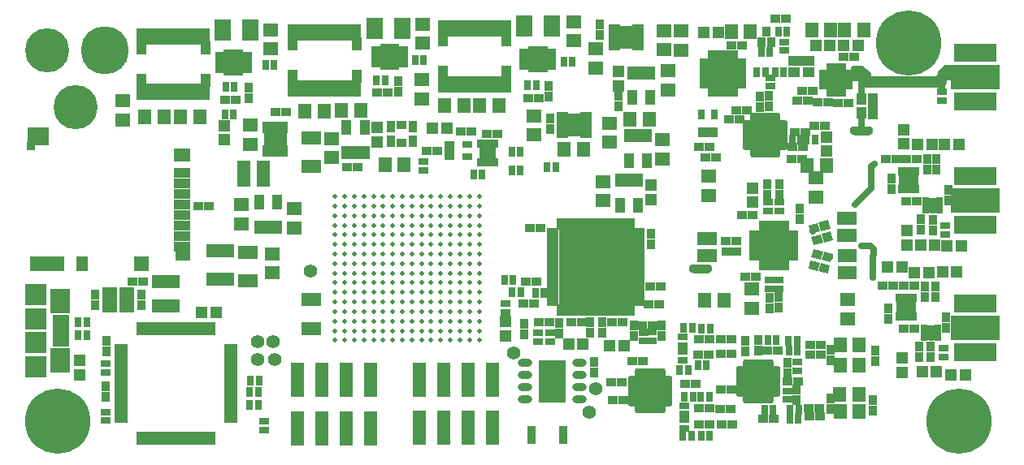
<source format=gbr>
G04 #@! TF.GenerationSoftware,KiCad,Pcbnew,(5.1.2)-1*
G04 #@! TF.CreationDate,2019-06-04T17:54:49-04:00*
G04 #@! TF.ProjectId,fmcw3,666d6377-332e-46b6-9963-61645f706362,rev?*
G04 #@! TF.SameCoordinates,Original*
G04 #@! TF.FileFunction,Soldermask,Top*
G04 #@! TF.FilePolarity,Negative*
%FSLAX46Y46*%
G04 Gerber Fmt 4.6, Leading zero omitted, Abs format (unit mm)*
G04 Created by KiCad (PCBNEW (5.1.2)-1) date 2019-06-04 17:54:49*
%MOMM*%
%LPD*%
G04 APERTURE LIST*
%ADD10C,0.700000*%
%ADD11C,0.200000*%
%ADD12C,0.800000*%
%ADD13C,1.200000*%
%ADD14C,0.950000*%
%ADD15R,1.650000X1.400000*%
%ADD16R,1.400000X1.650000*%
%ADD17R,0.900000X1.000000*%
%ADD18R,1.280000X1.460000*%
%ADD19R,0.680000X0.900000*%
%ADD20R,1.400000X3.550000*%
%ADD21R,1.250000X0.850000*%
%ADD22C,0.900000*%
%ADD23R,0.680000X1.200000*%
%ADD24R,2.400000X1.600000*%
%ADD25R,0.850000X1.250000*%
%ADD26R,1.200000X0.680000*%
%ADD27R,1.600000X2.400000*%
%ADD28R,1.000000X0.900000*%
%ADD29R,0.650000X1.400000*%
%ADD30R,1.400000X0.650000*%
%ADD31R,0.950000X0.600000*%
%ADD32R,0.600000X0.950000*%
%ADD33R,1.900000X1.900000*%
%ADD34C,0.700000*%
%ADD35R,0.800000X1.050000*%
%ADD36R,1.100000X2.700000*%
%ADD37R,1.100000X1.200000*%
%ADD38R,2.700000X1.100000*%
%ADD39R,1.200000X1.100000*%
%ADD40R,2.237500X2.237500*%
%ADD41R,1.250000X0.700000*%
%ADD42R,0.700000X1.250000*%
%ADD43R,5.060000X2.520000*%
%ADD44R,4.460000X1.920000*%
%ADD45R,1.200000X1.150000*%
%ADD46C,0.500000*%
%ADD47C,4.600000*%
%ADD48C,5.000000*%
%ADD49R,1.000000X1.450000*%
%ADD50R,1.000000X1.650000*%
%ADD51R,1.550000X1.400000*%
%ADD52R,0.800000X1.000000*%
%ADD53R,1.000000X0.800000*%
%ADD54C,0.100000*%
%ADD55R,1.150000X1.200000*%
%ADD56C,0.950000*%
%ADD57C,6.800000*%
%ADD58C,1.000000*%
%ADD59R,2.000000X1.400000*%
%ADD60R,2.900000X1.400000*%
%ADD61R,1.230000X1.590000*%
%ADD62R,1.100000X0.650000*%
%ADD63R,1.600000X1.425000*%
%ADD64O,1.500000X0.850000*%
%ADD65R,1.700000X1.700000*%
%ADD66R,1.050000X0.800000*%
%ADD67R,0.750000X1.400000*%
%ADD68R,1.050000X1.300000*%
%ADD69R,1.800000X1.100000*%
%ADD70R,1.500000X1.100000*%
%ADD71R,1.200000X1.600000*%
%ADD72R,1.600000X1.600000*%
%ADD73R,1.800000X1.400000*%
%ADD74R,3.600000X1.600000*%
%ADD75R,2.300000X1.900000*%
%ADD76R,0.900000X0.900000*%
%ADD77R,0.950000X0.900000*%
%ADD78R,0.950000X1.900000*%
%ADD79R,0.900000X1.225000*%
%ADD80R,1.100000X0.830000*%
%ADD81R,1.740000X2.200000*%
%ADD82R,1.101040X1.400760*%
%ADD83R,0.860000X1.050000*%
%ADD84R,7.700000X1.800000*%
%ADD85R,1.050000X1.400000*%
%ADD86C,1.400000*%
%ADD87R,1.750000X0.800000*%
%ADD88R,2.000000X2.500000*%
%ADD89R,2.300000X2.200000*%
%ADD90R,2.300000X2.300000*%
%ADD91O,0.700000X1.100000*%
%ADD92O,1.100000X0.700000*%
%ADD93R,2.900000X2.900000*%
%ADD94R,0.650000X1.100000*%
%ADD95R,3.100000X3.100000*%
%ADD96R,0.600000X0.450000*%
%ADD97R,1.100000X1.600000*%
%ADD98R,0.750000X0.650000*%
G04 APERTURE END LIST*
D10*
X216500000Y-84200000D02*
X216975000Y-83725000D01*
X217900000Y-83725000D02*
X216975000Y-83725000D01*
X216375000Y-84625000D02*
X216800000Y-84200000D01*
X217525000Y-84200000D02*
X216800000Y-84200000D01*
X208850000Y-84375000D02*
X208225000Y-83750000D01*
X207425000Y-83750000D02*
X208225000Y-83750000D01*
X208575000Y-84500000D02*
X208575000Y-84500000D01*
X208175000Y-84100000D02*
X208575000Y-84500000D01*
X207300000Y-84100000D02*
X208175000Y-84100000D01*
X208200000Y-102225000D02*
X208200000Y-102225000D01*
X209175000Y-102225000D02*
X208200000Y-102225000D01*
X209500000Y-102550000D02*
X209175000Y-102225000D01*
X209500000Y-103200000D02*
X209500000Y-102550000D01*
X209350000Y-103350000D02*
X209500000Y-103200000D01*
X209350000Y-103575000D02*
X209350000Y-103350000D01*
X209350000Y-105550000D02*
X209350000Y-103575000D01*
X207350000Y-99000000D02*
X207350000Y-99000000D01*
X209550000Y-93675000D02*
X209250000Y-93975000D01*
X209250000Y-96275000D02*
X209250000Y-93975000D01*
X207525000Y-97950000D02*
X209250000Y-96275000D01*
X203125000Y-100600000D02*
X203125000Y-100700000D01*
X204850000Y-103375000D02*
X204875000Y-103400000D01*
X208200000Y-88800000D02*
X208200000Y-88800000D01*
X208200000Y-90200000D02*
X208200000Y-88800000D01*
X216625000Y-85500000D02*
X216625000Y-85500000D01*
X216625000Y-86175000D02*
X216625000Y-85500000D01*
X216525000Y-84950000D02*
X216825000Y-84650000D01*
X217800000Y-84650000D02*
X216825000Y-84650000D01*
D11*
X208200000Y-85350000D02*
X208200000Y-85350000D01*
D10*
X208200000Y-86800000D02*
X208200000Y-85350000D01*
D11*
X208475000Y-84975000D02*
X208275000Y-84975000D01*
D12*
X207950000Y-84650000D02*
X208275000Y-84975000D01*
X206825000Y-84650000D02*
X207950000Y-84650000D01*
D13*
X208550000Y-85175000D02*
X216500000Y-85175000D01*
D14*
X207500000Y-90200000D02*
X208900000Y-90200000D01*
X192150000Y-104600000D02*
X190750000Y-104600000D01*
D15*
X203425000Y-97175000D03*
X203425000Y-95175000D03*
D16*
X202550000Y-93850000D03*
X204550000Y-93850000D03*
D17*
X215925000Y-106475000D03*
X215925000Y-107575000D03*
X211025000Y-108725000D03*
X211025000Y-109825000D03*
X216000000Y-94250000D03*
X216000000Y-93150000D03*
X211325000Y-96350000D03*
X211325000Y-95250000D03*
D18*
X212685000Y-95375000D03*
X213565000Y-95375000D03*
D19*
X212375000Y-94425000D03*
X212875000Y-94425000D03*
X213375000Y-94425000D03*
X213875000Y-94425000D03*
X213875000Y-96325000D03*
X213375000Y-96325000D03*
X212875000Y-96325000D03*
X212375000Y-96325000D03*
X212125000Y-109600000D03*
X212625000Y-109600000D03*
X213125000Y-109600000D03*
X213625000Y-109600000D03*
X213625000Y-107700000D03*
X213125000Y-107700000D03*
X212625000Y-107700000D03*
X212125000Y-107700000D03*
D18*
X213315000Y-108650000D03*
X212435000Y-108650000D03*
D20*
X149490000Y-121300000D03*
X149490000Y-116250000D03*
X152030000Y-121300000D03*
X152030000Y-116250000D03*
X154570000Y-121300000D03*
X154570000Y-116250000D03*
X157110000Y-121300000D03*
X157110000Y-116250000D03*
D21*
X147625350Y-90783810D03*
X147625350Y-91443810D03*
X146625350Y-91443810D03*
X146625350Y-90783810D03*
D22*
X147875350Y-90763810D03*
X147875350Y-91463810D03*
X147125350Y-91113810D03*
X146375350Y-90763810D03*
X146375350Y-91463810D03*
D23*
X148125350Y-89863810D03*
X148125350Y-92363810D03*
D24*
X147125350Y-91113810D03*
D23*
X146125350Y-89863810D03*
X146625350Y-89863810D03*
X147125350Y-89863810D03*
X147625350Y-89863810D03*
X147625350Y-92363810D03*
X147125350Y-92363810D03*
X146625350Y-92363810D03*
X146125350Y-92363810D03*
D25*
X177963022Y-89131050D03*
X178623022Y-89131050D03*
X178623022Y-90131050D03*
X177963022Y-90131050D03*
D22*
X177943022Y-88881050D03*
X178643022Y-88881050D03*
X178293022Y-89631050D03*
X177943022Y-90381050D03*
X178643022Y-90381050D03*
D26*
X177043022Y-88631050D03*
X179543022Y-88631050D03*
D27*
X178293022Y-89631050D03*
D26*
X177043022Y-90631050D03*
X177043022Y-90131050D03*
X177043022Y-89631050D03*
X177043022Y-89131050D03*
X179543022Y-89131050D03*
X179543022Y-89631050D03*
X179543022Y-90131050D03*
X179543022Y-90631050D03*
D25*
X183370000Y-80000000D03*
X184030000Y-80000000D03*
X184030000Y-81000000D03*
X183370000Y-81000000D03*
D22*
X183350000Y-79750000D03*
X184050000Y-79750000D03*
X183700000Y-80500000D03*
X183350000Y-81250000D03*
X184050000Y-81250000D03*
D26*
X182450000Y-79500000D03*
X184950000Y-79500000D03*
D27*
X183700000Y-80500000D03*
D26*
X182450000Y-81500000D03*
X182450000Y-81000000D03*
X182450000Y-80500000D03*
X182450000Y-80000000D03*
X184950000Y-80000000D03*
X184950000Y-80500000D03*
X184950000Y-81000000D03*
X184950000Y-81500000D03*
D28*
X200350000Y-78575000D03*
X199250000Y-78575000D03*
D29*
X133060000Y-110910000D03*
X133560000Y-110910000D03*
X134060000Y-110910000D03*
X134560000Y-110910000D03*
X135060000Y-110910000D03*
X135560000Y-110910000D03*
X136060000Y-110910000D03*
X136560000Y-110910000D03*
X137060000Y-110910000D03*
X137560000Y-110910000D03*
X138060000Y-110910000D03*
X138560000Y-110910000D03*
X139060000Y-110910000D03*
X139560000Y-110910000D03*
X140060000Y-110910000D03*
X140560000Y-110910000D03*
D30*
X142510000Y-112860000D03*
X142510000Y-113360000D03*
X142510000Y-113860000D03*
X142510000Y-114360000D03*
X142510000Y-114860000D03*
X142510000Y-115360000D03*
X142510000Y-115860000D03*
X142510000Y-116360000D03*
X142510000Y-116860000D03*
X142510000Y-117360000D03*
X142510000Y-117860000D03*
X142510000Y-118360000D03*
X142510000Y-118860000D03*
X142510000Y-119360000D03*
X142510000Y-119860000D03*
X142510000Y-120360000D03*
D29*
X140560000Y-122310000D03*
X140060000Y-122310000D03*
X139560000Y-122310000D03*
X139060000Y-122310000D03*
X138560000Y-122310000D03*
X138060000Y-122310000D03*
X137560000Y-122310000D03*
X137060000Y-122310000D03*
X136560000Y-122310000D03*
X136060000Y-122310000D03*
X135560000Y-122310000D03*
X135060000Y-122310000D03*
X134560000Y-122310000D03*
X134060000Y-122310000D03*
X133560000Y-122310000D03*
X133060000Y-122310000D03*
D30*
X131110000Y-120360000D03*
X131110000Y-119860000D03*
X131110000Y-119360000D03*
X131110000Y-118860000D03*
X131110000Y-118360000D03*
X131110000Y-117860000D03*
X131110000Y-117360000D03*
X131110000Y-116860000D03*
X131110000Y-116360000D03*
X131110000Y-115860000D03*
X131110000Y-115360000D03*
X131110000Y-114860000D03*
X131110000Y-114360000D03*
X131110000Y-113860000D03*
X131110000Y-113360000D03*
X131110000Y-112860000D03*
D31*
X204235000Y-84160000D03*
X204235000Y-85660000D03*
X204235000Y-84660000D03*
X204235000Y-85160000D03*
D32*
X204810000Y-86235000D03*
X205310000Y-86235000D03*
X205810000Y-86235000D03*
X206310000Y-86235000D03*
D31*
X206885000Y-85660000D03*
X206885000Y-85160000D03*
X206885000Y-84660000D03*
X206885000Y-84160000D03*
D32*
X206310000Y-83585000D03*
X205810000Y-83585000D03*
X205310000Y-83585000D03*
X204810000Y-83585000D03*
D33*
X205560000Y-84910000D03*
D34*
X205160000Y-84510000D03*
X205960000Y-84510000D03*
X205160000Y-85310000D03*
X205960000Y-85310000D03*
D35*
X191550000Y-88500000D03*
X192850000Y-88500000D03*
X192200000Y-90400000D03*
X192850000Y-90400000D03*
X191550000Y-90400000D03*
D36*
X209420000Y-87650000D03*
D37*
X208220000Y-86900000D03*
X208220000Y-88400000D03*
D38*
X201930000Y-82950000D03*
D39*
X201180000Y-84150000D03*
X202680000Y-84150000D03*
D16*
X193875000Y-107950000D03*
X191875000Y-107950000D03*
D15*
X206775000Y-109850000D03*
X206775000Y-107850000D03*
D40*
X177769286Y-107201944D03*
X179606786Y-107201944D03*
X181444286Y-107201944D03*
X183281786Y-107201944D03*
X177769286Y-105364444D03*
X179606786Y-105364444D03*
X181444286Y-105364444D03*
X183281786Y-105364444D03*
X177769286Y-103526944D03*
X179606786Y-103526944D03*
X181444286Y-103526944D03*
X183281786Y-103526944D03*
X177769286Y-101689444D03*
X179606786Y-101689444D03*
X181444286Y-101689444D03*
X183281786Y-101689444D03*
D41*
X176075536Y-108195694D03*
X176075536Y-107695694D03*
X176075536Y-107195694D03*
X176075536Y-106695694D03*
X176075536Y-106195694D03*
X176075536Y-105695694D03*
X176075536Y-105195694D03*
X176075536Y-104695694D03*
X176075536Y-104195694D03*
X176075536Y-103695694D03*
X176075536Y-103195694D03*
X176075536Y-102695694D03*
X176075536Y-102195694D03*
X176075536Y-101695694D03*
X176075536Y-101195694D03*
X176075536Y-100695694D03*
D42*
X176775536Y-99995694D03*
X177275536Y-99995694D03*
X177775536Y-99995694D03*
X178275536Y-99995694D03*
X178775536Y-99995694D03*
X179275536Y-99995694D03*
X179775536Y-99995694D03*
X180275536Y-99995694D03*
X180775536Y-99995694D03*
X181275536Y-99995694D03*
X181775536Y-99995694D03*
X182275536Y-99995694D03*
X182775536Y-99995694D03*
X183275536Y-99995694D03*
X183775536Y-99995694D03*
X184275536Y-99995694D03*
D41*
X184975536Y-100695694D03*
X184975536Y-101195694D03*
X184975536Y-101695694D03*
X184975536Y-102195694D03*
X184975536Y-102695694D03*
X184975536Y-103195694D03*
X184975536Y-103695694D03*
X184975536Y-104195694D03*
X184975536Y-104695694D03*
X184975536Y-105195694D03*
X184975536Y-105695694D03*
X184975536Y-106195694D03*
X184975536Y-106695694D03*
X184975536Y-107195694D03*
X184975536Y-107695694D03*
X184975536Y-108195694D03*
D42*
X184275536Y-108895694D03*
X183775536Y-108895694D03*
X183275536Y-108895694D03*
X182775536Y-108895694D03*
X182275536Y-108895694D03*
X181775536Y-108895694D03*
X181275536Y-108895694D03*
X180775536Y-108895694D03*
X180275536Y-108895694D03*
X179775536Y-108895694D03*
X179275536Y-108895694D03*
X178775536Y-108895694D03*
X178275536Y-108895694D03*
X177775536Y-108895694D03*
X177275536Y-108895694D03*
X176775536Y-108895694D03*
D43*
X220050000Y-110820000D03*
D44*
X220050000Y-108280000D03*
X220050000Y-113360000D03*
D22*
X221800000Y-108720000D03*
X221300000Y-108720000D03*
X220800000Y-108720000D03*
X220300000Y-108720000D03*
X219800000Y-108720000D03*
X219300000Y-108720000D03*
X218800000Y-108720000D03*
X218300000Y-108720000D03*
X221800000Y-112920000D03*
X221300000Y-112920000D03*
X220800000Y-112920000D03*
X220300000Y-112920000D03*
X219800000Y-112920000D03*
X219300000Y-112920000D03*
X218800000Y-112920000D03*
X218300000Y-112920000D03*
D43*
X220050000Y-84670000D03*
D44*
X220050000Y-82130000D03*
X220050000Y-87210000D03*
D22*
X221800000Y-82570000D03*
X221300000Y-82570000D03*
X220800000Y-82570000D03*
X220300000Y-82570000D03*
X219800000Y-82570000D03*
X219300000Y-82570000D03*
X218800000Y-82570000D03*
X218300000Y-82570000D03*
X221800000Y-86770000D03*
X221300000Y-86770000D03*
X220800000Y-86770000D03*
X220300000Y-86770000D03*
X219800000Y-86770000D03*
X219300000Y-86770000D03*
X218800000Y-86770000D03*
X218300000Y-86770000D03*
D43*
X220050000Y-97500000D03*
D44*
X220050000Y-94960000D03*
X220050000Y-100040000D03*
D22*
X221800000Y-95400000D03*
X221300000Y-95400000D03*
X220800000Y-95400000D03*
X220300000Y-95400000D03*
X219800000Y-95400000D03*
X219300000Y-95400000D03*
X218800000Y-95400000D03*
X218300000Y-95400000D03*
X221800000Y-99600000D03*
X221300000Y-99600000D03*
X220800000Y-99600000D03*
X220300000Y-99600000D03*
X219800000Y-99600000D03*
X219300000Y-99600000D03*
X218800000Y-99600000D03*
X218300000Y-99600000D03*
D45*
X140950000Y-109150000D03*
X139450000Y-109150000D03*
D46*
X168373547Y-112097215D03*
X168373547Y-111097215D03*
X168373547Y-110097215D03*
X168373547Y-109097215D03*
X168373547Y-108097215D03*
X168373547Y-107097215D03*
X168373547Y-106097215D03*
X168373547Y-105097215D03*
X168373547Y-104097215D03*
X168373547Y-103097215D03*
X168373547Y-102097215D03*
X168373547Y-101097215D03*
X168373547Y-100097215D03*
X168373547Y-99097215D03*
X168373547Y-98097215D03*
X168373547Y-97097215D03*
X167373547Y-112097215D03*
X167373547Y-111097215D03*
X167373547Y-110097215D03*
X167373547Y-109097215D03*
X167373547Y-108097215D03*
X167373547Y-107097215D03*
X167373547Y-106097215D03*
X167373547Y-105097215D03*
X167373547Y-104097215D03*
X167373547Y-103097215D03*
X167373547Y-102097215D03*
X167373547Y-101097215D03*
X167373547Y-100097215D03*
X167373547Y-99097215D03*
X167373547Y-98097215D03*
X167373547Y-97097215D03*
X166373547Y-112097215D03*
X166373547Y-111097215D03*
X166373547Y-110097215D03*
X166373547Y-109097215D03*
X166373547Y-108097215D03*
X166373547Y-107097215D03*
X166373547Y-106097215D03*
X166373547Y-105097215D03*
X166373547Y-104097215D03*
X166373547Y-103097215D03*
X166373547Y-102097215D03*
X166373547Y-101097215D03*
X166373547Y-100097215D03*
X166373547Y-99097215D03*
X166373547Y-98097215D03*
X166373547Y-97097215D03*
X165373547Y-112097215D03*
X165373547Y-111097215D03*
X165373547Y-110097215D03*
X165373547Y-109097215D03*
X165373547Y-108097215D03*
X165373547Y-107097215D03*
X165373547Y-106097215D03*
X165373547Y-105097215D03*
X165373547Y-104097215D03*
X165373547Y-103097215D03*
X165373547Y-102097215D03*
X165373547Y-101097215D03*
X165373547Y-100097215D03*
X165373547Y-99097215D03*
X165373547Y-98097215D03*
X165373547Y-97097215D03*
X164373547Y-112097215D03*
X164373547Y-111097215D03*
X164373547Y-110097215D03*
X164373547Y-109097215D03*
X164373547Y-108097215D03*
X164373547Y-107097215D03*
X164373547Y-106097215D03*
X164373547Y-105097215D03*
X164373547Y-104097215D03*
X164373547Y-103097215D03*
X164373547Y-102097215D03*
X164373547Y-101097215D03*
X164373547Y-100097215D03*
X164373547Y-99097215D03*
X164373547Y-98097215D03*
X164373547Y-97097215D03*
X163373547Y-112097215D03*
X163373547Y-111097215D03*
X163373547Y-110097215D03*
X163373547Y-109097215D03*
X163373547Y-108097215D03*
X163373547Y-107097215D03*
X163373547Y-106097215D03*
X163373547Y-105097215D03*
X163373547Y-104097215D03*
X163373547Y-103097215D03*
X163373547Y-102097215D03*
X163373547Y-101097215D03*
X163373547Y-100097215D03*
X163373547Y-99097215D03*
X163373547Y-98097215D03*
X163373547Y-97097215D03*
X162373547Y-112097215D03*
X162373547Y-111097215D03*
X162373547Y-110097215D03*
X162373547Y-109097215D03*
X162373547Y-108097215D03*
X162373547Y-107097215D03*
X162373547Y-106097215D03*
X162373547Y-105097215D03*
X162373547Y-104097215D03*
X162373547Y-103097215D03*
X162373547Y-102097215D03*
X162373547Y-101097215D03*
X162373547Y-100097215D03*
X162373547Y-99097215D03*
X162373547Y-98097215D03*
X162373547Y-97097215D03*
X161373547Y-112097215D03*
X161373547Y-111097215D03*
X161373547Y-110097215D03*
X161373547Y-109097215D03*
X161373547Y-108097215D03*
X161373547Y-107097215D03*
X161373547Y-106097215D03*
X161373547Y-105097215D03*
X161373547Y-104097215D03*
X161373547Y-103097215D03*
X161373547Y-102097215D03*
X161373547Y-101097215D03*
X161373547Y-100097215D03*
X161373547Y-99097215D03*
X161373547Y-98097215D03*
X161373547Y-97097215D03*
X160373547Y-112097215D03*
X160373547Y-111097215D03*
X160373547Y-110097215D03*
X160373547Y-109097215D03*
X160373547Y-108097215D03*
X160373547Y-107097215D03*
X160373547Y-106097215D03*
X160373547Y-105097215D03*
X160373547Y-104097215D03*
X160373547Y-103097215D03*
X160373547Y-102097215D03*
X160373547Y-101097215D03*
X160373547Y-100097215D03*
X160373547Y-99097215D03*
X160373547Y-98097215D03*
X160373547Y-97097215D03*
X159373547Y-112097215D03*
X159373547Y-111097215D03*
X159373547Y-110097215D03*
X159373547Y-109097215D03*
X159373547Y-108097215D03*
X159373547Y-107097215D03*
X159373547Y-106097215D03*
X159373547Y-105097215D03*
X159373547Y-104097215D03*
X159373547Y-103097215D03*
X159373547Y-102097215D03*
X159373547Y-101097215D03*
X159373547Y-100097215D03*
X159373547Y-99097215D03*
X159373547Y-98097215D03*
X159373547Y-97097215D03*
X158373547Y-112097215D03*
X158373547Y-111097215D03*
X158373547Y-110097215D03*
X158373547Y-109097215D03*
X158373547Y-108097215D03*
X158373547Y-107097215D03*
X158373547Y-106097215D03*
X158373547Y-105097215D03*
X158373547Y-104097215D03*
X158373547Y-103097215D03*
X158373547Y-102097215D03*
X158373547Y-101097215D03*
X158373547Y-100097215D03*
X158373547Y-99097215D03*
X158373547Y-98097215D03*
X158373547Y-97097215D03*
X157373547Y-112097215D03*
X157373547Y-111097215D03*
X157373547Y-110097215D03*
X157373547Y-109097215D03*
X157373547Y-108097215D03*
X157373547Y-107097215D03*
X157373547Y-106097215D03*
X157373547Y-105097215D03*
X157373547Y-104097215D03*
X157373547Y-103097215D03*
X157373547Y-102097215D03*
X157373547Y-101097215D03*
X157373547Y-100097215D03*
X157373547Y-99097215D03*
X157373547Y-98097215D03*
X157373547Y-97097215D03*
X156373547Y-112097215D03*
X156373547Y-111097215D03*
X156373547Y-110097215D03*
X156373547Y-109097215D03*
X156373547Y-108097215D03*
X156373547Y-107097215D03*
X156373547Y-106097215D03*
X156373547Y-105097215D03*
X156373547Y-104097215D03*
X156373547Y-103097215D03*
X156373547Y-102097215D03*
X156373547Y-101097215D03*
X156373547Y-100097215D03*
X156373547Y-99097215D03*
X156373547Y-98097215D03*
X156373547Y-97097215D03*
X155373547Y-112097215D03*
X155373547Y-111097215D03*
X155373547Y-110097215D03*
X155373547Y-109097215D03*
X155373547Y-108097215D03*
X155373547Y-107097215D03*
X155373547Y-106097215D03*
X155373547Y-105097215D03*
X155373547Y-104097215D03*
X155373547Y-103097215D03*
X155373547Y-102097215D03*
X155373547Y-101097215D03*
X155373547Y-100097215D03*
X155373547Y-99097215D03*
X155373547Y-98097215D03*
X155373547Y-97097215D03*
X154373547Y-112097215D03*
X154373547Y-111097215D03*
X154373547Y-110097215D03*
X154373547Y-109097215D03*
X154373547Y-108097215D03*
X154373547Y-107097215D03*
X154373547Y-106097215D03*
X154373547Y-105097215D03*
X154373547Y-104097215D03*
X154373547Y-103097215D03*
X154373547Y-102097215D03*
X154373547Y-101097215D03*
X154373547Y-100097215D03*
X154373547Y-99097215D03*
X154373547Y-98097215D03*
X154373547Y-97097215D03*
X153373547Y-112097215D03*
X153373547Y-111097215D03*
X153373547Y-110097215D03*
X153373547Y-109097215D03*
X153373547Y-108097215D03*
X153373547Y-107097215D03*
X153373547Y-106097215D03*
X153373547Y-105097215D03*
X153373547Y-104097215D03*
X153373547Y-103097215D03*
X153373547Y-102097215D03*
X153373547Y-101097215D03*
X153373547Y-100097215D03*
X153373547Y-99097215D03*
X153373547Y-98097215D03*
X153373547Y-97097215D03*
D47*
X126375000Y-87750000D03*
D48*
X129375000Y-81850000D03*
D47*
X123375000Y-81850000D03*
D15*
X162400000Y-86900000D03*
X162400000Y-84900000D03*
D49*
X154550000Y-92500000D03*
X155500000Y-92500000D03*
X156450000Y-92500000D03*
D50*
X156450000Y-89900000D03*
X154550000Y-89900000D03*
D51*
X129900000Y-108500000D03*
X131650000Y-108500000D03*
X131650000Y-107200000D03*
X129900000Y-107200000D03*
D52*
X172720000Y-107050000D03*
X171820000Y-107050000D03*
D53*
X200500000Y-118270000D03*
X200500000Y-117370000D03*
D22*
X204356259Y-100132650D03*
D54*
G36*
X203989765Y-100696726D02*
G01*
X203756828Y-99827393D01*
X204722753Y-99568574D01*
X204955690Y-100437907D01*
X203989765Y-100696726D01*
X203989765Y-100696726D01*
G37*
D22*
X203293741Y-100417350D03*
D54*
G36*
X202927247Y-100981426D02*
G01*
X202694310Y-100112093D01*
X203660235Y-99853274D01*
X203893172Y-100722607D01*
X202927247Y-100981426D01*
X202927247Y-100981426D01*
G37*
D55*
X212650000Y-91600000D03*
X212650000Y-90100000D03*
D56*
X207450000Y-90200000D03*
X208950000Y-90200000D03*
X208200000Y-90200000D03*
X191450000Y-104600000D03*
X190700000Y-104600000D03*
X192200000Y-104600000D03*
D57*
X218350000Y-120550000D03*
D58*
X220750000Y-120550000D03*
X220047056Y-122247056D03*
X218350000Y-122950000D03*
X216652944Y-122247056D03*
X215950000Y-120550000D03*
X216652944Y-118852944D03*
X218350000Y-118150000D03*
X220047056Y-118852944D03*
X214797056Y-79402944D03*
X213100000Y-78700000D03*
X211402944Y-79402944D03*
X210700000Y-81100000D03*
X211402944Y-82797056D03*
X213100000Y-83500000D03*
X214797056Y-82797056D03*
X215500000Y-81100000D03*
D57*
X213100000Y-81100000D03*
X124450000Y-120550000D03*
D58*
X126850000Y-120550000D03*
X126147056Y-122247056D03*
X124450000Y-122950000D03*
X122752944Y-122247056D03*
X122050000Y-120550000D03*
X122752944Y-118852944D03*
X124450000Y-118150000D03*
X126147056Y-118852944D03*
D17*
X176710000Y-110320000D03*
X176710000Y-111420000D03*
X173080000Y-110370000D03*
X173080000Y-111470000D03*
D28*
X174615536Y-110245694D03*
X175715536Y-110245694D03*
D17*
X187405536Y-111635694D03*
X187405536Y-110535694D03*
D28*
X185315536Y-110505694D03*
X186415536Y-110505694D03*
D17*
X184485536Y-111625694D03*
X184485536Y-110525694D03*
D53*
X174480000Y-111310000D03*
X174480000Y-112210000D03*
X185535536Y-112175694D03*
X185535536Y-111275694D03*
X175745536Y-111305694D03*
X175745536Y-112205694D03*
X186335536Y-111255694D03*
X186335536Y-112155694D03*
D28*
X202590000Y-87060000D03*
X201490000Y-87060000D03*
D15*
X196800000Y-108750000D03*
X196800000Y-106750000D03*
D55*
X126750000Y-115700000D03*
X126750000Y-114200000D03*
D59*
X150850000Y-110850000D03*
X150850000Y-107850000D03*
X144293380Y-102906234D03*
X144293380Y-105906234D03*
X150860000Y-90980000D03*
X150860000Y-93980000D03*
D60*
X141393380Y-105756234D03*
X141393380Y-102756234D03*
D61*
X158635000Y-81905000D03*
X158635000Y-83095000D03*
X159465000Y-81905000D03*
X159465000Y-83095000D03*
D62*
X160450000Y-81750000D03*
X160450000Y-82250000D03*
X160450000Y-82750000D03*
X160450000Y-83250000D03*
X157650000Y-83250000D03*
X157650000Y-82750000D03*
X157650000Y-82250000D03*
X157650000Y-81750000D03*
X173080000Y-82020000D03*
X173080000Y-82520000D03*
X173080000Y-83020000D03*
X173080000Y-83520000D03*
X175880000Y-83520000D03*
X175880000Y-83020000D03*
X175880000Y-82520000D03*
X175880000Y-82020000D03*
D61*
X174895000Y-83365000D03*
X174895000Y-82175000D03*
X174065000Y-83365000D03*
X174065000Y-82175000D03*
X142355000Y-82515000D03*
X142355000Y-83705000D03*
X143185000Y-82515000D03*
X143185000Y-83705000D03*
D62*
X144170000Y-82360000D03*
X144170000Y-82860000D03*
X144170000Y-83360000D03*
X144170000Y-83860000D03*
X141370000Y-83860000D03*
X141370000Y-83360000D03*
X141370000Y-82860000D03*
X141370000Y-82360000D03*
D63*
X175390000Y-114822500D03*
X175390000Y-115847500D03*
X175390000Y-116872499D03*
X175390000Y-117897500D03*
X176590000Y-114822500D03*
X176590000Y-115847500D03*
X176590000Y-116872499D03*
X176590000Y-117897500D03*
D64*
X178790000Y-114455000D03*
X178790000Y-115725000D03*
X178790000Y-116995000D03*
X178790000Y-118265000D03*
X173190000Y-118265000D03*
X173190000Y-116995000D03*
X173190000Y-115725000D03*
X173190000Y-114455000D03*
D65*
X199735000Y-101555000D03*
X198435000Y-101555000D03*
X199735000Y-102855000D03*
X198435000Y-102855000D03*
D41*
X201035000Y-100955000D03*
X201035000Y-101455000D03*
X201035000Y-101955000D03*
X201035000Y-102455000D03*
X201035000Y-102955000D03*
X201035000Y-103455000D03*
D42*
X200335000Y-104155000D03*
X199835000Y-104155000D03*
X199335000Y-104155000D03*
X198835000Y-104155000D03*
X198335000Y-104155000D03*
X197835000Y-104155000D03*
D41*
X197135000Y-103455000D03*
X197135000Y-102955000D03*
X197135000Y-102455000D03*
X197135000Y-101955000D03*
X197135000Y-101455000D03*
X197135000Y-100955000D03*
D42*
X197835000Y-100255000D03*
X198335000Y-100255000D03*
X198835000Y-100255000D03*
X199335000Y-100255000D03*
X199835000Y-100255000D03*
X200335000Y-100255000D03*
D20*
X169750000Y-116200000D03*
X169750000Y-121250000D03*
X167210000Y-116200000D03*
X167210000Y-121250000D03*
X164670000Y-116200000D03*
X164670000Y-121250000D03*
X162130000Y-116200000D03*
X162130000Y-121250000D03*
D66*
X165250000Y-91650000D03*
X165250000Y-92950000D03*
X165250000Y-92300000D03*
X167150000Y-92950000D03*
X167150000Y-91650000D03*
D67*
X207350000Y-103225000D03*
X206700000Y-103225000D03*
X206050000Y-103225000D03*
X206050000Y-105025000D03*
X206700000Y-105025000D03*
X207350000Y-105025000D03*
X207325000Y-101175000D03*
X206675000Y-101175000D03*
X206025000Y-101175000D03*
X206025000Y-99375000D03*
X206675000Y-99375000D03*
X207325000Y-99375000D03*
X191460000Y-103280000D03*
X192110000Y-103280000D03*
X192760000Y-103280000D03*
X192760000Y-101480000D03*
X192110000Y-101480000D03*
X191460000Y-101480000D03*
D28*
X212650000Y-110850000D03*
X213750000Y-110850000D03*
D17*
X217030000Y-110820000D03*
X217030000Y-109720000D03*
D28*
X196280000Y-88070000D03*
X195180000Y-88070000D03*
X194400000Y-89070000D03*
X195500000Y-89070000D03*
X201030000Y-91950000D03*
X202130000Y-91950000D03*
X202025000Y-93175000D03*
X200925000Y-93175000D03*
X203330000Y-89730000D03*
X204430000Y-89730000D03*
X202400000Y-90400000D03*
X201300000Y-90400000D03*
D17*
X198540000Y-86610000D03*
X198540000Y-87710000D03*
D28*
X155700000Y-94050000D03*
X154600000Y-94050000D03*
X182210000Y-110230000D03*
X183310000Y-110230000D03*
D17*
X197600000Y-87730000D03*
X197600000Y-86630000D03*
D28*
X164000000Y-92300000D03*
X162900000Y-92300000D03*
X166440000Y-90320000D03*
X167540000Y-90320000D03*
D17*
X214800000Y-107575000D03*
X214800000Y-106475000D03*
D28*
X132300000Y-105950000D03*
X133400000Y-105950000D03*
D17*
X128350000Y-108400000D03*
X128350000Y-107300000D03*
X181220000Y-110220000D03*
X181220000Y-111320000D03*
D28*
X173700000Y-100350000D03*
X174800000Y-100350000D03*
D17*
X179910000Y-110195694D03*
X179910000Y-111295694D03*
D28*
X192400000Y-91900000D03*
X191300000Y-91900000D03*
X187325536Y-106495694D03*
X186225536Y-106495694D03*
X202010000Y-86090000D03*
X203110000Y-86090000D03*
D17*
X215410000Y-113830000D03*
X215410000Y-112730000D03*
D28*
X206840000Y-87320000D03*
X205740000Y-87320000D03*
X203600000Y-87280000D03*
X204700000Y-87280000D03*
X210450000Y-106375000D03*
X211550000Y-106375000D03*
X194620000Y-81320000D03*
X195720000Y-81320000D03*
X194060000Y-101730000D03*
X195160000Y-101730000D03*
D22*
X203268741Y-104307650D03*
D54*
G36*
X202669310Y-104612907D02*
G01*
X202902247Y-103743574D01*
X203868172Y-104002393D01*
X203635235Y-104871726D01*
X202669310Y-104612907D01*
X202669310Y-104612907D01*
G37*
D22*
X204331259Y-104592350D03*
D54*
G36*
X203731828Y-104897607D02*
G01*
X203964765Y-104028274D01*
X204930690Y-104287093D01*
X204697753Y-105156426D01*
X203731828Y-104897607D01*
X203731828Y-104897607D01*
G37*
D22*
X204656259Y-103417350D03*
D54*
G36*
X204056828Y-103722607D02*
G01*
X204289765Y-102853274D01*
X205255690Y-103112093D01*
X205022753Y-103981426D01*
X204056828Y-103722607D01*
X204056828Y-103722607D01*
G37*
D22*
X203593741Y-103132650D03*
D54*
G36*
X202994310Y-103437907D02*
G01*
X203227247Y-102568574D01*
X204193172Y-102827393D01*
X203960235Y-103696726D01*
X202994310Y-103437907D01*
X202994310Y-103437907D01*
G37*
D22*
X203593741Y-101592350D03*
D54*
G36*
X203227247Y-102156426D02*
G01*
X202994310Y-101287093D01*
X203960235Y-101028274D01*
X204193172Y-101897607D01*
X203227247Y-102156426D01*
X203227247Y-102156426D01*
G37*
D22*
X204656259Y-101307650D03*
D54*
G36*
X204289765Y-101871726D02*
G01*
X204056828Y-101002393D01*
X205022753Y-100743574D01*
X205255690Y-101612907D01*
X204289765Y-101871726D01*
X204289765Y-101871726D01*
G37*
D17*
X215025000Y-94250000D03*
X215025000Y-93150000D03*
X217250000Y-97520000D03*
X217250000Y-96420000D03*
X215660000Y-99500000D03*
X215660000Y-100600000D03*
D28*
X211850000Y-93175000D03*
X210750000Y-93175000D03*
D17*
X144350000Y-86850000D03*
X144350000Y-85750000D03*
X175650000Y-86650000D03*
X175650000Y-85550000D03*
X159960000Y-85020000D03*
X159960000Y-86120000D03*
D28*
X212870000Y-97550000D03*
X213970000Y-97550000D03*
X170310000Y-90570000D03*
X169210000Y-90570000D03*
X139100000Y-98100000D03*
X140200000Y-98100000D03*
X191950000Y-93000000D03*
X193050000Y-93000000D03*
X174600000Y-86800000D03*
X173500000Y-86800000D03*
X157710000Y-86240000D03*
X158810000Y-86240000D03*
X206360000Y-82520000D03*
X207460000Y-82520000D03*
D17*
X175793022Y-90021050D03*
X175793022Y-88921050D03*
D28*
X148280000Y-88290000D03*
X147180000Y-88290000D03*
D17*
X180911322Y-80260700D03*
X180911322Y-79160700D03*
X182920000Y-86620000D03*
X182920000Y-87720000D03*
D28*
X141950000Y-87010000D03*
X143050000Y-87010000D03*
X202725000Y-119205000D03*
X203825000Y-119205000D03*
X203965000Y-112615000D03*
X202865000Y-112615000D03*
X202885000Y-113555000D03*
X203985000Y-113555000D03*
D17*
X204965000Y-118185000D03*
X204965000Y-119285000D03*
D28*
X183190000Y-116480000D03*
X182090000Y-116480000D03*
D17*
X204965000Y-113125000D03*
X204965000Y-114225000D03*
X209375000Y-119395000D03*
X209375000Y-118295000D03*
X209640000Y-113180000D03*
X209640000Y-114280000D03*
X199550000Y-108700000D03*
X199550000Y-107600000D03*
X198650000Y-107625000D03*
X198650000Y-108725000D03*
X196140000Y-113220000D03*
X196140000Y-112120000D03*
D28*
X193580000Y-117200000D03*
X194680000Y-117200000D03*
D17*
X198425000Y-95800000D03*
X198425000Y-96900000D03*
D28*
X199460000Y-113200000D03*
X198360000Y-113200000D03*
D17*
X200500000Y-114400000D03*
X200500000Y-115500000D03*
X201440000Y-118320000D03*
X201440000Y-117220000D03*
D28*
X199085000Y-120255000D03*
X197985000Y-120255000D03*
X201620000Y-116410000D03*
X200520000Y-116410000D03*
D17*
X197430000Y-113170000D03*
X197430000Y-112070000D03*
D28*
X194720000Y-120885000D03*
X193620000Y-120885000D03*
X193510000Y-119255000D03*
X194610000Y-119255000D03*
X194645000Y-113535000D03*
X193545000Y-113535000D03*
X193595000Y-111985000D03*
X194695000Y-111985000D03*
X192400000Y-120905000D03*
X191300000Y-120905000D03*
D17*
X199625000Y-95825000D03*
X199625000Y-96925000D03*
D28*
X203885000Y-120055000D03*
X202785000Y-120055000D03*
X191305000Y-111975000D03*
X192405000Y-111975000D03*
X182270000Y-118320000D03*
X183370000Y-118320000D03*
X185440000Y-114300000D03*
X184340000Y-114300000D03*
X190900000Y-116650000D03*
X189800000Y-116650000D03*
D17*
X201775000Y-98325000D03*
X201775000Y-99425000D03*
D28*
X196900000Y-99025000D03*
X195800000Y-99025000D03*
X196125000Y-105475000D03*
X197225000Y-105475000D03*
X192340000Y-119205000D03*
X191240000Y-119205000D03*
X191195000Y-113575000D03*
X192295000Y-113575000D03*
D17*
X214180000Y-113850000D03*
X214180000Y-112750000D03*
X180340000Y-115470000D03*
X180340000Y-114370000D03*
X133200000Y-107350000D03*
X133200000Y-108450000D03*
D28*
X194110000Y-102880000D03*
X195210000Y-102880000D03*
D17*
X129550000Y-113250000D03*
X129550000Y-112150000D03*
X129450000Y-118010000D03*
X129450000Y-116910000D03*
X214390000Y-100550000D03*
X214390000Y-99450000D03*
D28*
X212875000Y-93150000D03*
X213975000Y-93150000D03*
X212625000Y-106375000D03*
X213725000Y-106375000D03*
X173275536Y-105995694D03*
X174375536Y-105995694D03*
X177960000Y-110230000D03*
X179060000Y-110230000D03*
X172955536Y-108275694D03*
X174055536Y-108275694D03*
X186025536Y-108345694D03*
X187125536Y-108345694D03*
D17*
X186240000Y-102050000D03*
X186240000Y-100950000D03*
D55*
X212925000Y-102150000D03*
X212925000Y-100650000D03*
D45*
X183480000Y-112700000D03*
X181980000Y-112700000D03*
D55*
X212475000Y-113925000D03*
X212475000Y-115425000D03*
X204580000Y-90880000D03*
X204580000Y-92380000D03*
X196900000Y-96200000D03*
X196900000Y-97700000D03*
X186290000Y-95880000D03*
X186290000Y-97380000D03*
D45*
X193280000Y-79960000D03*
X191780000Y-79960000D03*
X213750000Y-105000000D03*
X215250000Y-105000000D03*
X214350000Y-102130000D03*
X215850000Y-102130000D03*
X216020000Y-115400000D03*
X214520000Y-115400000D03*
X214050000Y-91675000D03*
X215550000Y-91675000D03*
X206370000Y-81330000D03*
X207870000Y-81330000D03*
X216850000Y-91650000D03*
X218350000Y-91650000D03*
X210900000Y-104450000D03*
X212400000Y-104450000D03*
X217520000Y-115700000D03*
X219020000Y-115700000D03*
X165040000Y-89970000D03*
X163540000Y-89970000D03*
X179190000Y-112500000D03*
X177690000Y-112500000D03*
X217100000Y-102260000D03*
X218600000Y-102260000D03*
D55*
X157750000Y-91400000D03*
X157750000Y-89900000D03*
D45*
X203430000Y-81360000D03*
X204930000Y-81360000D03*
X218150000Y-104975000D03*
X216650000Y-104975000D03*
D55*
X182920000Y-84040000D03*
X182920000Y-85540000D03*
D15*
X174113022Y-90671050D03*
X174113022Y-88671050D03*
D16*
X184100000Y-89000000D03*
X186100000Y-89000000D03*
X150210000Y-88150000D03*
X152210000Y-88150000D03*
X170450000Y-87590000D03*
X168450000Y-87590000D03*
X154030000Y-88100000D03*
X156030000Y-88100000D03*
X133560000Y-88760000D03*
X135560000Y-88760000D03*
X166800000Y-87570000D03*
X164800000Y-87570000D03*
X139290000Y-88760000D03*
X137290000Y-88760000D03*
D15*
X153000000Y-91050000D03*
X153000000Y-93050000D03*
X181250000Y-95540000D03*
X181250000Y-97540000D03*
X149069100Y-98369306D03*
X149069100Y-100369306D03*
D16*
X205980000Y-114690000D03*
X207980000Y-114690000D03*
X207980000Y-112590000D03*
X205980000Y-112590000D03*
X205965000Y-119535000D03*
X207965000Y-119535000D03*
X207935000Y-117715000D03*
X205935000Y-117715000D03*
X160580000Y-93790000D03*
X158580000Y-93790000D03*
X203030000Y-79730000D03*
X205030000Y-79730000D03*
D15*
X187500000Y-91150000D03*
X187500000Y-93150000D03*
X144525350Y-89663810D03*
X144525350Y-91663810D03*
X143569100Y-97919306D03*
X143569100Y-99919306D03*
X188030000Y-85960000D03*
X188030000Y-83960000D03*
D16*
X177250000Y-92150000D03*
X179250000Y-92150000D03*
X145850000Y-95300000D03*
X143850000Y-95300000D03*
D15*
X187631322Y-79790700D03*
X187631322Y-81790700D03*
X181950000Y-91450000D03*
X181950000Y-89450000D03*
D16*
X143850000Y-94150000D03*
X145850000Y-94150000D03*
D15*
X189391322Y-81800700D03*
X189391322Y-79800700D03*
X192300000Y-97000000D03*
X192300000Y-95000000D03*
X162460000Y-81110000D03*
X162460000Y-79110000D03*
X131250000Y-89100000D03*
X131250000Y-87100000D03*
X178250000Y-80860000D03*
X178250000Y-78860000D03*
X146670000Y-79690000D03*
X146670000Y-81690000D03*
D16*
X208450000Y-79700000D03*
X206450000Y-79700000D03*
X196630000Y-79890000D03*
X194630000Y-79890000D03*
D15*
X180495805Y-81673855D03*
X180495805Y-83673855D03*
X146793380Y-103056234D03*
X146793380Y-105056234D03*
D19*
X168510000Y-93520000D03*
X169010000Y-93520000D03*
X169510000Y-93520000D03*
X170010000Y-93520000D03*
X170010000Y-91620000D03*
X169510000Y-91620000D03*
X169010000Y-91620000D03*
X168510000Y-91620000D03*
D68*
X169585000Y-92570000D03*
X168935000Y-92570000D03*
D69*
X137400000Y-94650000D03*
X137400000Y-95750000D03*
X137400000Y-96850000D03*
X137400000Y-97950000D03*
X137400000Y-99050000D03*
X137400000Y-100150000D03*
X137400000Y-101250000D03*
X137400000Y-102350000D03*
D70*
X137550000Y-103300000D03*
D71*
X127000000Y-104150000D03*
D72*
X133200000Y-104150000D03*
D73*
X137400000Y-92750000D03*
D74*
X123400000Y-104150000D03*
D75*
X122400000Y-90850000D03*
D76*
X121700000Y-91850000D03*
D77*
X173870000Y-122440000D03*
X173870000Y-121440000D03*
X177120000Y-122440000D03*
X177120000Y-121540000D03*
D78*
X177120000Y-121940000D03*
X173870000Y-121940000D03*
D79*
X159145714Y-91312500D03*
D80*
X160295714Y-91512500D03*
D79*
X161445714Y-91312500D03*
X161445714Y-89837500D03*
D80*
X160295714Y-89637500D03*
D79*
X159145714Y-89837500D03*
D55*
X171150000Y-110150000D03*
X171150000Y-111650000D03*
X141810663Y-91188277D03*
X141810663Y-89688277D03*
D52*
X197290000Y-84170000D03*
X198190000Y-84170000D03*
X201890000Y-91160000D03*
X200990000Y-91160000D03*
X199190000Y-84170000D03*
X200090000Y-84170000D03*
X167780000Y-94830000D03*
X168680000Y-94830000D03*
X171770000Y-94350000D03*
X172670000Y-94350000D03*
D53*
X198690000Y-85580000D03*
X198690000Y-84680000D03*
D52*
X203390000Y-91130000D03*
X202490000Y-91130000D03*
X161690000Y-82850000D03*
X162590000Y-82850000D03*
X158550000Y-84970000D03*
X157650000Y-84970000D03*
X173400000Y-85500000D03*
X174300000Y-85500000D03*
X200765000Y-119345000D03*
X201665000Y-119345000D03*
X191545000Y-110875000D03*
X192445000Y-110875000D03*
D53*
X200180000Y-81880000D03*
X200180000Y-80980000D03*
D52*
X197770000Y-81980000D03*
X198670000Y-81980000D03*
X200635000Y-113205000D03*
X201535000Y-113205000D03*
X178100000Y-83000000D03*
X177200000Y-83000000D03*
D53*
X199625000Y-97675000D03*
X199625000Y-98575000D03*
X198450000Y-97700000D03*
X198450000Y-98600000D03*
X198650000Y-106725000D03*
X198650000Y-105825000D03*
X199550000Y-106725000D03*
X199550000Y-105825000D03*
D52*
X201635000Y-120295000D03*
X200735000Y-120295000D03*
X200595000Y-112135000D03*
X201495000Y-112135000D03*
X200450000Y-79860000D03*
X199550000Y-79860000D03*
D53*
X216630000Y-86160000D03*
X216630000Y-87060000D03*
D52*
X172660000Y-92450000D03*
X171760000Y-92450000D03*
D53*
X162560000Y-93460000D03*
X162560000Y-94360000D03*
D52*
X175450000Y-94050000D03*
X176350000Y-94050000D03*
X189620000Y-122095000D03*
X190520000Y-122095000D03*
D53*
X201500000Y-114380000D03*
X201500000Y-115280000D03*
D52*
X198115000Y-119315000D03*
X199015000Y-119315000D03*
D53*
X146000000Y-121450000D03*
X146000000Y-120550000D03*
D52*
X192400000Y-122085000D03*
X191500000Y-122085000D03*
X192370000Y-117995000D03*
X191470000Y-117995000D03*
X192050000Y-114700000D03*
X191150000Y-114700000D03*
D53*
X189790000Y-121275000D03*
X189790000Y-120375000D03*
X189780000Y-118905000D03*
X189780000Y-119805000D03*
X189615000Y-112655000D03*
X189615000Y-111755000D03*
X129450000Y-114550000D03*
X129450000Y-115450000D03*
X189615000Y-114175000D03*
X189615000Y-113275000D03*
X129460000Y-120490000D03*
X129460000Y-119590000D03*
D52*
X141970000Y-85680000D03*
X142870000Y-85680000D03*
X141900000Y-88550000D03*
X142800000Y-88550000D03*
D53*
X216940000Y-100170000D03*
X216940000Y-101070000D03*
X216740000Y-113820000D03*
X216740000Y-112920000D03*
D52*
X189740000Y-117975000D03*
X190640000Y-117975000D03*
X190150000Y-115200000D03*
X189250000Y-115200000D03*
X127510000Y-110190000D03*
X126610000Y-110190000D03*
X126600000Y-111560000D03*
X127500000Y-111560000D03*
X147020000Y-83350000D03*
X146120000Y-83350000D03*
X174225536Y-107145694D03*
X175125536Y-107145694D03*
X171900000Y-105810000D03*
X171000000Y-105810000D03*
X199340000Y-112030000D03*
X198440000Y-112030000D03*
X145350000Y-117500000D03*
X144450000Y-117500000D03*
X190595000Y-110835000D03*
X189695000Y-110835000D03*
X144550000Y-116300000D03*
X145450000Y-116300000D03*
X145350000Y-118800000D03*
X144450000Y-118800000D03*
D53*
X171150000Y-109150000D03*
X171150000Y-108250000D03*
D81*
X157470000Y-79580000D03*
X160330000Y-79580000D03*
X144520000Y-79720000D03*
X141660000Y-79720000D03*
X173110000Y-79300000D03*
X175970000Y-79300000D03*
D49*
X185850000Y-90750000D03*
X184900000Y-90750000D03*
X183950000Y-90750000D03*
D50*
X183950000Y-93350000D03*
X185850000Y-93350000D03*
D49*
X184950000Y-95410000D03*
X184000000Y-95410000D03*
X183050000Y-95410000D03*
D50*
X183050000Y-98010000D03*
X184950000Y-98010000D03*
X186230000Y-86780000D03*
X184330000Y-86780000D03*
D49*
X184330000Y-84180000D03*
X185280000Y-84180000D03*
X186230000Y-84180000D03*
X145469100Y-100269306D03*
X146419100Y-100269306D03*
X147369100Y-100269306D03*
D50*
X147369100Y-97669306D03*
X145469100Y-97669306D03*
D82*
X134777500Y-105970000D03*
X135730000Y-105970000D03*
X136682500Y-105970000D03*
X136682500Y-108510000D03*
X135730000Y-108510000D03*
X134777500Y-108510000D03*
D83*
X197830000Y-80970000D03*
X198830000Y-80970000D03*
X198330000Y-79920000D03*
D84*
X152280000Y-79980000D03*
X152280000Y-85780000D03*
D85*
X148955000Y-81180000D03*
X155605000Y-81180000D03*
X148955000Y-84580000D03*
X155605000Y-84580000D03*
X171235000Y-84160000D03*
X164585000Y-84160000D03*
X171235000Y-80760000D03*
X164585000Y-80760000D03*
D84*
X167910000Y-85360000D03*
X167910000Y-79560000D03*
X136530000Y-80400000D03*
X136530000Y-86200000D03*
D85*
X133205000Y-81600000D03*
X139855000Y-81600000D03*
X133205000Y-85000000D03*
X139855000Y-85000000D03*
D86*
X172000000Y-113390000D03*
X146900000Y-112200000D03*
X145300000Y-112250000D03*
X145300000Y-114100000D03*
X150810000Y-104910000D03*
X180560000Y-117130000D03*
X179850000Y-119600000D03*
X147050000Y-114100000D03*
D87*
X124825000Y-109800000D03*
X124825000Y-112400000D03*
X124825000Y-111100000D03*
X124825000Y-110450000D03*
X124825000Y-111750000D03*
D88*
X124705000Y-108000000D03*
X124705000Y-114200000D03*
D89*
X122150000Y-114900000D03*
X122150000Y-107300000D03*
D90*
X122150000Y-112300000D03*
X122150000Y-109900000D03*
D91*
X199410000Y-88880000D03*
X198910000Y-88880000D03*
X198410000Y-88880000D03*
X197910000Y-88880000D03*
X197410000Y-88880000D03*
X196910000Y-88880000D03*
X196910000Y-92480000D03*
X197410000Y-92480000D03*
X197910000Y-92480000D03*
X198410000Y-92480000D03*
X198910000Y-92480000D03*
X199410000Y-92480000D03*
D92*
X199960000Y-91930000D03*
X199960000Y-91430000D03*
X199960000Y-90930000D03*
X199960000Y-90430000D03*
X199960000Y-89930000D03*
X196360000Y-89430000D03*
X196360000Y-89920000D03*
X196360000Y-90430000D03*
X196360000Y-90930000D03*
X196360000Y-91430000D03*
X196360000Y-91930000D03*
X199960000Y-89430000D03*
D93*
X198160000Y-90680000D03*
D34*
X198160000Y-90680000D03*
X198160000Y-91330000D03*
X197510000Y-90030000D03*
X198160000Y-90030000D03*
X197510000Y-90680000D03*
X197510000Y-91330000D03*
X198810000Y-91330000D03*
X198810000Y-90680000D03*
X198810000Y-90030000D03*
X198085000Y-117025000D03*
X197435000Y-117025000D03*
X196785000Y-117025000D03*
X196785000Y-115725000D03*
X197435000Y-115725000D03*
X198085000Y-116375000D03*
X198085000Y-115725000D03*
X196785000Y-116375000D03*
X197435000Y-116375000D03*
D93*
X197435000Y-116375000D03*
D91*
X198685000Y-118175000D03*
X196185000Y-114575000D03*
X196685000Y-114575000D03*
X197185000Y-114575000D03*
X197685000Y-114575000D03*
X198195000Y-114575000D03*
X198685000Y-114575000D03*
X198185000Y-118175000D03*
X197685000Y-118175000D03*
X197185000Y-118175000D03*
X196685000Y-118175000D03*
X196185000Y-118175000D03*
D92*
X195635000Y-117625000D03*
X195635000Y-117125000D03*
X195635000Y-116625000D03*
X195635000Y-116125000D03*
X195635000Y-115625000D03*
X195635000Y-115125000D03*
X199235000Y-115125000D03*
X199235000Y-115625000D03*
X199235000Y-116125000D03*
X199235000Y-116625000D03*
X199235000Y-117125000D03*
X199235000Y-117625000D03*
X187985000Y-118630000D03*
X187985000Y-118130000D03*
X187985000Y-117630000D03*
X187985000Y-117130000D03*
X187985000Y-116630000D03*
X187985000Y-116130000D03*
X184385000Y-116130000D03*
X184385000Y-116630000D03*
X184385000Y-117130000D03*
X184385000Y-117630000D03*
X184385000Y-118130000D03*
X184385000Y-118630000D03*
D91*
X184935000Y-119180000D03*
X185435000Y-119180000D03*
X185935000Y-119180000D03*
X186435000Y-119180000D03*
X186935000Y-119180000D03*
X187435000Y-115580000D03*
X186945000Y-115580000D03*
X186435000Y-115580000D03*
X185935000Y-115580000D03*
X185435000Y-115580000D03*
X184935000Y-115580000D03*
X187435000Y-119180000D03*
D93*
X186185000Y-117380000D03*
D34*
X186185000Y-117380000D03*
X185535000Y-117380000D03*
X186835000Y-116730000D03*
X186835000Y-117380000D03*
X186185000Y-116730000D03*
X185535000Y-116730000D03*
X185535000Y-118030000D03*
X186185000Y-118030000D03*
X186835000Y-118030000D03*
D62*
X191870000Y-83020000D03*
X191870000Y-83520000D03*
X191870000Y-84020000D03*
X191870000Y-84520000D03*
X191870000Y-85020000D03*
X191870000Y-85520000D03*
X195670000Y-85520000D03*
X195670000Y-85020000D03*
X195670000Y-84520000D03*
X195670000Y-84020000D03*
X195670000Y-83520000D03*
X195670000Y-83020000D03*
D94*
X195020000Y-82370000D03*
X194520000Y-82370000D03*
X194020000Y-82370000D03*
X193520000Y-82370000D03*
X193020000Y-82370000D03*
X192520000Y-86170000D03*
X193010000Y-86170000D03*
X193520000Y-86170000D03*
X194020000Y-86170000D03*
X194520000Y-86170000D03*
X195020000Y-86170000D03*
X192520000Y-82370000D03*
D95*
X193770000Y-84270000D03*
D34*
X193770000Y-84270000D03*
X194270000Y-83770000D03*
X194770000Y-83270000D03*
X194770000Y-84270000D03*
X194770000Y-85270000D03*
X194270000Y-84770000D03*
X193770000Y-83270000D03*
X193770000Y-85270000D03*
X193270000Y-83770000D03*
X193270000Y-84770000D03*
X192770000Y-83270000D03*
X192770000Y-84270000D03*
X192770000Y-85270000D03*
D96*
X215635000Y-97415000D03*
X215635000Y-98665000D03*
D97*
X215635000Y-98040000D03*
D98*
X214910000Y-98540000D03*
X214910000Y-98040000D03*
X214910000Y-97540000D03*
X216360000Y-97540000D03*
X216360000Y-98040000D03*
X216360000Y-98540000D03*
X216180000Y-111830000D03*
X216180000Y-111330000D03*
X216180000Y-110830000D03*
X214730000Y-110830000D03*
X214730000Y-111330000D03*
X214730000Y-111830000D03*
D97*
X215455000Y-111330000D03*
D96*
X215455000Y-111955000D03*
X215455000Y-110705000D03*
M02*

</source>
